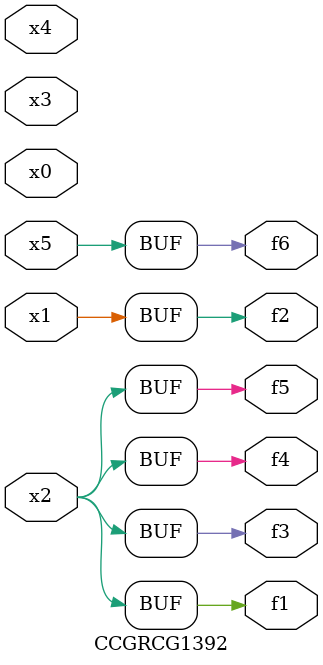
<source format=v>
module CCGRCG1392(
	input x0, x1, x2, x3, x4, x5,
	output f1, f2, f3, f4, f5, f6
);
	assign f1 = x2;
	assign f2 = x1;
	assign f3 = x2;
	assign f4 = x2;
	assign f5 = x2;
	assign f6 = x5;
endmodule

</source>
